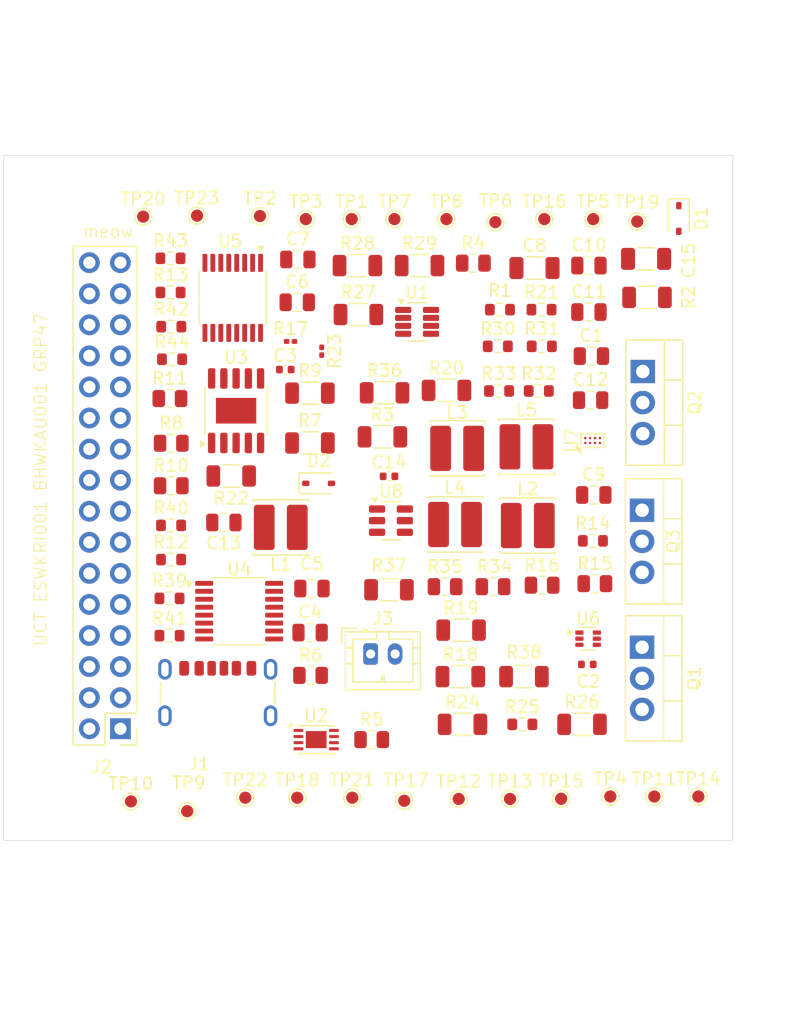
<source format=kicad_pcb>
(kicad_pcb (version 20241229) (generator "pcbnew") (generator_version "9.0")
  (layers (0 "F.Cu" signal) (2 "B.Cu" signal) (13 "F.Paste" user) (15 "B.Paste" user) (5 "F.SilkS" user "F.Silkscreen") (7 "B.SilkS" user "B.Silkscreen") (1 "F.Mask" user) (3 "B.Mask" user) (25 "Edge.Cuts" user))
  (net 0 "")
  (net 1 "+BATT")
  (net 2 "-BATT")
  (net 3 "/3V3")
  (net 4 "Net-(U4-VCP)")
  (net 5 "Net-(U5-VCP)")
  (net 6 "Net-(C15-Pad1)")
  (net 7 "/5V")
  (net 8 "Net-(C10-Pad1)")
  (net 9 "/USB 5V")
  (net 10 "/9V")
  (net 11 "Net-(U8-BST)")
  (net 12 "Net-(U8-SW)")
  (net 13 "Net-(J1-CC1)")
  (net 14 "Net-(J1-CC2)")
  (net 15 "/I2C1_SCL")
  (net 16 "/MOTOR1_CTRL2")
  (net 17 "/MOTOR2_CTRL2")
  (net 18 "/FAST_CHARGE_CTRL")
  (net 19 "/MOTOR3_A_OUT")
  (net 20 "/CTRL_EXT_LOAD2")
  (net 21 "/MOTOR1_A_OUT")
  (net 22 "/MOTOR3_CTRL1")
  (net 23 "/MOTOR4_A_OUT")
  (net 24 "/MOTOR4_B_OUT")
  (net 25 "/CTRL_EXT_LOAD1")
  (net 26 "/MOTOR1_B_OUT")
  (net 27 "/MOTOR2_CTRL1")
  (net 28 "/MOTOR4_CTRL2")
  (net 29 "/MOTOR3_B_OUT")
  (net 30 "/EXT_LOAD1_OUT")
  (net 31 "/MOTOR1_CTRL1")
  (net 32 "/USART2_RX")
  (net 33 "/USART2_TX")
  (net 35 "/EXT_LOAD2_OUT")
  (net 36 "/MOTOR2_B_OUT")
  (net 37 "/MOTOR3_CTRL2")
  (net 38 "/I2C1_SDA")
  (net 39 "/MOTOR4_CTRL1")
  (net 40 "/MOTOR2_A_OUT")
  (net 41 "Net-(U6-SW)")
  (net 42 "Net-(U7-SW)")
  (net 43 "Net-(L3-Pad2)")
  (net 44 "Net-(Q1-B)")
  (net 45 "Net-(Q2-B)")
  (net 46 "Net-(Q3-B)")
  (net 47 "Net-(U1-IN-)")
  (net 48 "Net-(R2-Pad1)")
  (net 49 "Net-(U1-A0)")
  (net 50 "Net-(U2-PROG)")
  (net 51 "Net-(U2-STAT)")
  (net 52 "Net-(U3-DM)")
  (net 53 "Net-(U3-VBUS)")
  (net 54 "Net-(U3-DP)")
  (net 55 "Net-(U3-PG)")
  (net 56 "Net-(U4-AISEN)")
  (net 57 "Net-(U5-AISEN)")
  (net 58 "Net-(U6-FB)")
  (net 59 "Net-(R15-Pad2)")
  (net 60 "Net-(R17-Pad1)")
  (net 61 "Net-(D1-PadC)")
  (net 62 "Net-(R18-Pad1)")
  (net 63 "Net-(R19-Pad2)")
  (net 64 "Net-(R22-Pad2)")
  (net 65 "Net-(D2-PadC)")
  (net 66 "Net-(R24-Pad2)")
  (net 67 "Net-(R25-Pad2)")
  (net 68 "Net-(R28-Pad1)")
  (net 69 "Net-(R34-Pad2)")
  (net 70 "Net-(U8-FB)")
  (net 71 "Net-(U8-EN)")
  (footprint "Capacitor_SMD:C_0805_2012Metric" (layer "F.Cu") (at 167 74)
    (property "Reference" "C6" (at 0 -1.68 0) (layer "F.SilkS"))
    (property "Value" "10n")
    (pad "1" smd roundrect (at -0.95 0) (size 1 1.45) (layers "F.Cu" "F.Mask" "F.Paste") (net 3 "/3V3"))
    (pad "2" smd roundrect (at 0.95 0) (size 1 1.45) (layers "F.Cu" "F.Mask" "F.Paste") (net 5 "Net-(U5-VCP)"))
  )
  (footprint "Resistor_SMD:R_0805_2012Metric" (layer "F.Cu") (at 191.3375 97)
    (property "Reference" "R15" (at 0 -1.65 0) (layer "F.SilkS"))
    (property "Value" "220k")
    (pad "1" smd roundrect (at -0.9125 0) (size 1.025 1.4) (layers "F.Cu" "F.Mask" "F.Paste") (roundrect_rratio 0.243902) (net 58 "Net-(U6-FB)"))
    (pad "2" smd roundrect (at 0.9125 0) (size 1.025 1.4) (layers "F.Cu" "F.Mask" "F.Paste") (roundrect_rratio 0.243902) (net 59 "Net-(R15-Pad2)"))
  )
  (footprint "Package_SO:TSSOP-16_4.4x5mm_P0.65mm" (layer "F.Cu") (at 161.725 73.6375 -90)
    (property "Reference" "U5" (at -4.6375 0.225 180) (layer "F.SilkS"))
    (property "Value" "DRV8833PWPR")
    (pad "1" smd roundrect (at -2.8625 -2.275 270) (size 1.475 0.4) (layers "F.Cu" "F.Mask" "F.Paste") (net 3 "/3V3"))
    (pad "2" smd roundrect (at -2.8625 -1.625 270) (size 1.475 0.4) (layers "F.Cu" "F.Mask" "F.Paste") (net 21 "/MOTOR1_A_OUT"))
    (pad "3" smd roundrect (at -2.8625 -0.975 270) (size 1.475 0.4) (layers "F.Cu" "F.Mask" "F.Paste") (net 57 "Net-(U5-AISEN)"))
    (pad "4" smd roundrect (at -2.8625 -0.325 270) (size 1.475 0.4) (layers "F.Cu" "F.Mask" "F.Paste") (net 26 "/MOTOR1_B_OUT"))
    (pad "5" smd roundrect (at -2.8625 0.325 270) (size 1.475 0.4) (layers "F.Cu" "F.Mask" "F.Paste") (net 29 "/MOTOR3_B_OUT"))
    (pad "6" smd roundrect (at -2.8625 0.975 270) (size 1.475 0.4) (layers "F.Cu" "F.Mask" "F.Paste") (net 57 "Net-(U5-AISEN)"))
    (pad "7" smd roundrect (at -2.8625 1.625 270) (size 1.475 0.4) (layers "F.Cu" "F.Mask" "F.Paste") (net 19 "/MOTOR3_A_OUT"))
    (pad "8" smd roundrect (at -2.8625 2.275 270) (size 1.475 0.4) (layers "F.Cu" "F.Mask" "F.Paste"))
    (pad "9" smd roundrect (at 2.8625 2.275 270) (size 1.475 0.4) (layers "F.Cu" "F.Mask" "F.Paste") (net 22 "/MOTOR3_CTRL1"))
    (pad "10" smd roundrect (at 2.8625 1.625 270) (size 1.475 0.4) (layers "F.Cu" "F.Mask" "F.Paste") (net 37 "/MOTOR3_CTRL2"))
    (pad "11" smd roundrect (at 2.8625 0.975 270) (size 1.475 0.4) (layers "F.Cu" "F.Mask" "F.Paste") (net 5 "Net-(U5-VCP)"))
    (pad "12" smd roundrect (at 2.8625 0.325 270) (size 1.475 0.4) (layers "F.Cu" "F.Mask" "F.Paste") (net 3 "/3V3"))
    (pad "13" smd roundrect (at 2.8625 -0.325 270) (size 1.475 0.4) (layers "F.Cu" "F.Mask" "F.Paste") (net 2 "-BATT"))
    (pad "14" smd roundrect (at 2.8625 -0.975 270) (size 1.475 0.4) (layers "F.Cu" "F.Mask" "F.Paste") (net 3 "/3V3"))
    (pad "15" smd roundrect (at 2.8625 -1.625 270) (size 1.475 0.4) (layers "F.Cu" "F.Mask" "F.Paste") (net 16 "/MOTOR1_CTRL2"))
    (pad "16" smd roundrect (at 2.8625 -2.275 270) (size 1.475 0.4) (layers "F.Cu" "F.Mask" "F.Paste") (net 31 "/MOTOR1_CTRL1"))
  )
  (footprint "TestPoint:TestPoint_Pad_D1.0mm" (layer "F.Cu") (at 153.4 114.8)
    (property "Reference" "TP10" (at 0 -1.448 0) (layer "F.SilkS"))
    (property "Value" "TestPoint")
    (pad "1" smd circle (at 0 0) (size 1 1) (layers "F.Cu" "F.Mask") (net 1 "+BATT"))
  )
  (footprint "Resistor_SMD:R_0603_1608Metric" (layer "F.Cu") (at 156.681 92.237)
    (property "Reference" "R40" (at 0 -1.43 0) (layer "F.SilkS"))
    (property "Value" "1")
    (pad "1" smd roundrect (at -0.825 0) (size 0.8 0.95) (layers "F.Cu" "F.Mask" "F.Paste") (net 2 "-BATT"))
    (pad "2" smd roundrect (at 0.825 0) (size 0.8 0.95) (layers "F.Cu" "F.Mask" "F.Paste") (net 56 "Net-(U4-AISEN)"))
  )
  (footprint "TestPoint:TestPoint_Pad_D1.0mm" (layer "F.Cu") (at 163.95 66.95)
    (property "Reference" "TP2" (at 0 -1.448 0) (layer "F.SilkS"))
    (property "Value" "TestPoint")
    (pad "1" smd circle (at 0 0) (size 1 1) (layers "F.Cu" "F.Mask") (net 1 "+BATT"))
  )
  (footprint "Resistor_SMD:R_1206_3216Metric" (layer "F.Cu") (at 173.9625 85)
    (property "Reference" "R3" (at 0 -1.82 0) (layer "F.SilkS"))
    (property "Value" "300")
    (pad "1" smd roundrect (at -1.4625 0) (size 1.125 1.75) (layers "F.Cu" "F.Mask" "F.Paste") (roundrect_rratio 0.222222) (net 18 "/FAST_CHARGE_CTRL"))
    (pad "2" smd roundrect (at 1.4625 0) (size 1.125 1.75) (layers "F.Cu" "F.Mask" "F.Paste") (roundrect_rratio 0.222222) (net 45 "Net-(Q2-B)"))
  )
  (footprint "TestPoint:TestPoint_Pad_D1.0mm" (layer "F.Cu") (at 192.6 114.4)
    (property "Reference" "TP4" (at 0 -1.448 0) (layer "F.SilkS"))
    (property "Value" "TestPoint")
    (pad "1" smd circle (at 0 0) (size 1 1) (layers "F.Cu" "F.Mask") (net 1 "+BATT"))
  )
  (footprint "Resistor_SMD:R_0805_2012Metric" (layer "F.Cu") (at 187.0195 97.127)
    (property "Reference" "R16" (at 0 -1.65 0) (layer "F.SilkS"))
    (property "Value" "51k")
    (pad "1" smd roundrect (at -0.9125 0) (size 1.025 1.4) (layers "F.Cu" "F.Mask" "F.Paste") (roundrect_rratio 0.243902) (net 59 "Net-(R15-Pad2)"))
    (pad "2" smd roundrect (at 0.9125 0) (size 1.025 1.4) (layers "F.Cu" "F.Mask" "F.Paste") (roundrect_rratio 0.243902) (net 2 "-BATT"))
  )
  (footprint "Capacitor_SMD:C_0805_2012Metric" (layer "F.Cu") (at 167.05 70.5)
    (property "Reference" "C7" (at 0 -1.68 0) (layer "F.SilkS"))
    (property "Value" "10n")
    (pad "1" smd roundrect (at -0.95 0) (size 1 1.45) (layers "F.Cu" "F.Mask" "F.Paste") (net 3 "/3V3"))
    (pad "2" smd roundrect (at 0.95 0) (size 1 1.45) (layers "F.Cu" "F.Mask" "F.Paste") (net 2 "-BATT"))
  )
  (footprint "Resistor_SMD:R_1206_3216Metric" (layer "F.Cu") (at 172 75)
    (property "Reference" "R27" (at 0 -1.82 0) (layer "F.SilkS"))
    (property "Value" "10")
    (pad "1" smd roundrect (at -1.4625 0) (size 1.125 1.75) (layers "F.Cu" "F.Mask" "F.Paste") (roundrect_rratio 0.222222) (net 48 "Net-(R2-Pad1)"))
    (pad "2" smd roundrect (at 1.4625 0) (size 1.125 1.75) (layers "F.Cu" "F.Mask" "F.Paste") (roundrect_rratio 0.222222) (net 1 "+BATT"))
  )
  (footprint "Capacitor_SMD:C_0805_2012Metric" (layer "F.Cu") (at 191.05 78.4)
    (property "Reference" "C1" (at 0 -1.68 0) (layer "F.SilkS"))
    (property "Value" "10u")
    (pad "1" smd roundrect (at -0.95 0) (size 1 1.45) (layers "F.Cu" "F.Mask" "F.Paste") (net 1 "+BATT"))
    (pad "2" smd roundrect (at 0.95 0) (size 1 1.45) (layers "F.Cu" "F.Mask" "F.Paste") (net 2 "-BATT"))
  )
  (footprint "Package_TO_SOT_THT:TO-220-3_Vertical" (layer "F.Cu") (at 195.2 91 -90)
    (property "Reference" "Q3" (at 2.54 -2.54 90) (layer "F.SilkS"))
    (property "Value" "TIP41C")
    (pad "1" thru_hole rect (at 0 0 270) (size 1.905 2) (drill 1.1) (layers "*.Cu" "*.Mask") (net 46 "Net-(Q3-B)"))
    (pad "2" thru_hole oval (at 2.54 0 270) (size 1.905 2) (drill 1.1) (layers "*.Cu" "*.Mask") (net 1 "+BATT"))
    (pad "3" thru_hole oval (at 5.08 0 270) (size 1.905 2) (drill 1.1) (layers "*.Cu" "*.Mask") (net 35 "/EXT_LOAD2_OUT"))
  )
  (footprint "Resistor_SMD:R_0603_1608Metric" (layer "F.Cu") (at 156.681 95.031)
    (property "Reference" "R12" (at 0 -1.43 0) (layer "F.SilkS"))
    (property "Value" "1")
    (pad "1" smd roundrect (at -0.825 0) (size 0.8 0.95) (layers "F.Cu" "F.Mask" "F.Paste") (net 2 "-BATT"))
    (pad "2" smd roundrect (at 0.825 0) (size 0.8 0.95) (layers "F.Cu" "F.Mask" "F.Paste") (net 56 "Net-(U4-AISEN)"))
  )
  (footprint "Resistor_SMD:R_0603_1608Metric" (layer "F.Cu") (at 156.554 98.206)
    (property "Reference" "R39" (at 0 -1.43 0) (layer "F.SilkS"))
    (property "Value" "1")
    (pad "1" smd roundrect (at -0.825 0) (size 0.8 0.95) (layers "F.Cu" "F.Mask" "F.Paste") (net 2 "-BATT"))
    (pad "2" smd roundrect (at 0.825 0) (size 0.8 0.95) (layers "F.Cu" "F.Mask" "F.Paste") (net 56 "Net-(U4-AISEN)"))
  )
  (footprint "Resistor_SMD:R_0603_1608Metric" (layer "F.Cu") (at 186.975 74.6)
    (property "Reference" "R21" (at 0 -1.43 0) (layer "F.SilkS"))
    (property "Value" "4.7")
    (pad "1" smd roundrect (at -0.825 0) (size 0.8 0.95) (layers "F.Cu" "F.Mask" "F.Paste") (net 63 "Net-(R19-Pad2)"))
    (pad "2" smd roundrect (at 0.825 0) (size 0.8 0.95) (layers "F.Cu" "F.Mask" "F.Paste") (net 62 "Net-(R18-Pad1)"))
  )
  (footprint "Capacitor_SMD:C_0805_2012Metric" (layer "F.Cu") (at 190.85 71)
    (property "Reference" "C10" (at 0 -1.68 0) (layer "F.SilkS"))
    (property "Value" "10u")
    (pad "1" smd roundrect (at -0.95 0) (size 1 1.45) (layers "F.Cu" "F.Mask" "F.Paste") (net 8 "Net-(C10-Pad1)"))
    (pad "2" smd roundrect (at 0.95 0) (size 1 1.45) (layers "F.Cu" "F.Mask" "F.Paste") (net 9 "/USB 5V"))
  )
  (footprint "Resistor_SMD:R_1206_3216Metric" (layer "F.Cu") (at 174.1375 81.4)
    (property "Reference" "R36" (at 0 -1.82 0) (layer "F.SilkS"))
    (property "Value" "10k")
    (pad "1" smd roundrect (at -1.4625 0) (size 1.125 1.75) (layers "F.Cu" "F.Mask" "F.Paste") (roundrect_rratio 0.222222) (net 2 "-BATT"))
    (pad "2" smd roundrect (at 1.4625 0) (size 1.125 1.75) (layers "F.Cu" "F.Mask" "F.Paste") (roundrect_rratio 0.222222) (net 70 "Net-(U8-FB)"))
  )
  (footprint "TestPoint:TestPoint_Pad_D1.0mm" (layer "F.Cu") (at 175.75 114.75)
    (property "Reference" "TP17" (at 0.15 -1.696 0) (layer "F.SilkS"))
    (property "Value" "TestPoint")
    (pad "1" smd circle (at 0 0) (size 1 1) (layers "F.Cu" "F.Mask") (net 10 "/9V"))
  )
  (footprint "TestPoint:TestPoint_Pad_D1.0mm" (layer "F.Cu") (at 194.8 67.4 -90)
    (property "Reference" "TP19" (at -1.6 0 180) (layer "F.SilkS"))
    (property "Value" "TestPoint")
    (pad "1" smd circle (at 0 0 270) (size 1 1) (layers "F.Cu" "F.Mask") (net 47 "Net-(U1-IN-)"))
  )
  (footprint "Inductor_SMD:L_Cenker_CKCS4020" (layer "F.Cu") (at 185.743 85.814)
    (property "Reference" "L5" (at 0 -3 0) (layer "F.SilkS"))
    (property "Value" "2.2u")
    (pad "1" smd roundrect (at -1.35 0) (size 1.7 3.7) (layers "F.Cu" "F.Mask" "F.Paste") (roundrect_rratio 0.147059) (net 43 "Net-(L3-Pad2)"))
    (pad "2" smd roundrect (at 1.35 0) (size 1.7 3.7) (layers "F.Cu" "F.Mask" "F.Paste") (roundrect_rratio 0.147059) (net 9 "/USB 5V"))
  )
  (footprint "Capacitor_SMD:C_0805_2012Metric" (layer "F.Cu") (at 161 92 180)
    (property "Reference" "C13" (at 0 -1.68 0) (layer "F.SilkS"))
    (property "Value" "10u")
    (pad "1" smd roundrect (at -0.95 0 180) (size 1 1.45) (layers "F.Cu" "F.Mask" "F.Paste") (net 10 "/9V"))
    (pad "2" smd roundrect (at 0.95 0 180) (size 1 1.45) (layers "F.Cu" "F.Mask" "F.Paste") (net 2 "-BATT"))
  )
  (footprint "Resistor_SMD:R_0603_1608Metric" (layer "F.Cu") (at 183.575 74.6)
    (property "Reference" "R1" (at 0 -1.5605 0) (layer "F.SilkS"))
    (property "Value" "1")
    (pad "1" smd roundrect (at -0.825 0) (size 0.8 0.95) (layers "F.Cu" "F.Mask" "F.Paste") (net 1 "+BATT"))
    (pad "2" smd roundrect (at 0.825 0) (size 0.8 0.95) (layers "F.Cu" "F.Mask" "F.Paste") (net 47 "Net-(U1-IN-)"))
  )
  (footprint "Resistor_SMD:R_1206_3216Metric" (layer "F.Cu") (at 174.5 97.5 180)
    (property "Reference" "R37" (at 0 2 0) (layer "F.SilkS"))
    (property "Value" "10k")
    (pad "1" smd roundrect (at -1.4625 0 180) (size 1.125 1.75) (layers "F.Cu" "F.Mask" "F.Paste") (roundrect_rratio 0.222222) (net 71 "Net-(U8-EN)"))
    (pad "2" smd roundrect (at 1.4625 0 180) (size 1.125 1.75) (layers "F.Cu" "F.Mask" "F.Paste") (roundrect_rratio 0.222222) (net 10 "/9V"))
  )
  (footprint "Package_TO_SOT_SMD:TSOT-23-6" (layer "F.Cu") (at 174.6625 91.85)
    (property "Reference" "U8" (at 0 -2.4 0) (layer "F.SilkS"))
    (property "Value" "AP62300WU")
    (pad "1" smd roundrect (at -1.1375 -0.95) (size 1.325 0.6) (layers "F.Cu" "F.Mask" "F.Paste") (net 2 "-BATT"))
    (pad "2" smd roundrect (at -1.1375 0) (size 1.325 0.6) (layers "F.Cu" "F.Mask" "F.Paste") (net 12 "Net-(U8-SW)"))
    (pad "3" smd roundrect (at -1.1375 0.95) (size 1.325 0.6) (layers "F.Cu" "F.Mask" "F.Paste") (net 10 "/9V"))
    (pad "4" smd roundrect (at 1.1375 0.95) (size 1.325 0.6) (layers "F.Cu" "F.Mask" "F.Paste") (net 70 "Net-(U8-FB)"))
    (pad "5" smd roundrect (at 1.1375 0) (size 1.325 0.6) (layers "F.Cu" "F.Mask" "F.Paste") (net 71 "Net-(U8-EN)"))
    (pad "6" smd roundrect (at 1.1375 -0.95) (size 1.325 0.6) (layers "F.Cu" "F.Mask" "F.Paste") (net 11 "Net-(U8-BST)"))
  )
  (footprint "Resistor_SMD:R_1206_3216Metric" (layer "F.Cu") (at 168.0375 81.424)
    (property "Reference" "R9" (at 0 -1.82 0) (layer "F.SilkS"))
    (property "Value" "10k")
    (pad "1" smd roundrect (at -1.4625 0) (size 1.125 1.75) (layers "F.Cu" "F.Mask" "F.Paste") (roundrect_rratio 0.222222) (net 10 "/9V"))
    (pad "2" smd roundrect (at 1.4625 0) (size 1.125 1.75) (layers "F.Cu" "F.Mask" "F.Paste") (roundrect_rratio 0.222222) (net 53 "Net-(U3-VBUS)"))
  )
  (footprint "Connector_JST:JST_PH_B2B-PH-K_1x02_P2.00mm_Vertical" (layer "F.Cu") (at 173 102.75)
    (property "Reference" "J3" (at 1 -2.9 0) (layer "F.SilkS"))
    (property "Value" "Conn_01x02_Pin")
    (pad "1" thru_hole roundrect (at 0 0) (size 1.2 1.75) (drill 0.75) (layers "*.Cu" "*.Mask") (roundrect_rratio 0.208333) (net 1 "+BATT"))
    (pad "2" thru_hole oval (at 2 0) (size 1.2 1.75) (drill 0.75) (layers "*.Cu" "*.Mask") (net 2 "-BATT"))
  )
  (footprint "Resistor_SMD:R_0603_1608Metric" (layer "F.Cu") (at 183.5 81.25)
    (property "Reference" "R33" (at 0 -1.43 0) (layer "F.SilkS"))
    (property "Value" "1")
    (pad "1" smd roundrect (at -0.825 0) (size 0.8 0.95) (layers "F.Cu" "F.Mask" "F.Paste") (net 47 "Net-(U1-IN-)"))
    (pad "2" smd roundrect (at 0.825 0) (size 0.8 0.95) (layers "F.Cu" "F.Mask" "F.Paste") (net 2 "-BATT"))
  )
  (footprint "Package_BGA:Texas_DSBGA-8_0.705x1.468mm_Layout2x4_P0.4mm" (layer "F.Cu") (at 191.15 85.3 90)
    (property "Reference" "U7" (at 0 -1.734 90) (layer "F.SilkS"))
    (property "Value" "TPS62743YFPT")
    (pad "A1" smd circle (at -0.2 -0.6 90) (size 0.2 0.2) (property pad_prop_bga) (layers "F.Cu" "F.Mask" "F.Paste") (net 42 "Net-(U7-SW)"))
    (pad "A2" smd circle (at 0.2 -0.6 90) (size 0.2 0.2) (property pad_prop_bga) (layers "F.Cu" "F.Mask" "F.Paste") (net 1 "+BATT"))
    (pad "B1" smd circle (at -0.2 -0.2 90) (size 0.2 0.2) (property pad_prop_bga) (layers "F.Cu" "F.Mask" "F.Paste") (net 1 "+BATT"))
    (pad "B2" smd circle (at 0.2 -0.2 90) (size 0.2 0.2) (property pad_prop_bga) (layers "F.Cu" "F.Mask" "F.Paste") (net 2 "-BATT"))
    (pad "C1" smd circle (at -0.2 0.2 90) (size 0.2 0.2) (property pad_prop_bga) (layers "F.Cu" "F.Mask" "F.Paste") (net 1 "+BATT"))
    (pad "C2" smd circle (at 0.2 0.2 90) (size 0.2 0.2) (property pad_prop_bga) (layers "F.Cu" "F.Mask" "F.Paste") (net 42 "Net-(U7-SW)"))
    (pad "D1" smd circle (at -0.2 0.6 90) (size 0.2 0.2) (property pad_prop_bga) (layers "F.Cu" "F.Mask" "F.Paste") (net 1 "+BATT"))
    (pad "D2" smd circle (at 0.2 0.6 90) (size 0.2 0.2) (property pad_prop_bga) (layers "F.Cu" "F.Mask" "F.Paste") (net 1 "+BATT"))
  )
  (footprint "Resistor_SMD:R_1206_3216Metric" (layer "F.Cu") (at 179.2 81.2)
    (property "Reference" "R20" (at 0 -1.82 0) (layer "F.SilkS"))
    (property "Value" "10")
    (pad "1" smd roundrect (at -1.4625 0) (size 1.125 1.75) (layers "F.Cu" "F.Mask" "F.Paste") (roundrect_rratio 0.222222) (net 25 "/CTRL_EXT_LOAD1"))
    (pad "2" smd roundrect (at 1.4625 0) (size 1.125 1.75) (layers "F.Cu" "F.Mask" "F.Paste") (roundrect_rratio 0.222222) (net 60 "Net-(R17-Pad1)"))
  )
  (footprint "TestPoint:TestPoint_Pad_D1.0mm" (layer "F.Cu") (at 174.95 67.2)
    (property "Reference" "TP7" (at 0 -1.448 0) (layer "F.SilkS"))
    (property "Value" "TestPoint")
    (pad "1" smd circle (at 0 0) (size 1 1) (layers "F.Cu" "F.Mask") (net 42 "Net-(U7-SW)"))
  )
  (footprint "Resistor_SMD:R_0805_2012Metric" (layer "F.Cu") (at 181.4 70.8)
    (property "Reference" "R4" (at 0 -1.65 0) (layer "F.SilkS"))
    (property "Value" "3.3k")
    (pad "1" smd roundrect (at -0.9125 0) (size 1.025 1.4) (layers "F.Cu" "F.Mask" "F.Paste") (roundrect_rratio 0.243902) (net 1 "+BATT"))
    (pad "2" smd roundrect (at 0.9125 0) (size 1.025 1.4) (layers "F.Cu" "F.Mask" "F.Paste") (roundrect_rratio 0.243902) (net 49 "Net-(U1-A0)"))
  )
  (footprint "Resistor_SMD:R_0805_2012Metric" (layer "F.Cu") (at 183.0055 97.25)
    (property "Reference" "R34" (at 0.127 -1.65 0) (layer "F.SilkS"))
    (property "Value" "51k")
    (pad "1" smd roundrect (at -0.9125 0) (size 1.025 1.4) (layers "F.Cu" "F.Mask" "F.Paste") (roundrect_rratio 0.243902) (net 9 "/USB 5V"))
    (pad "2" smd roundrect (at 0.9125 0) (size 1.025 1.4) (layers "F.Cu" "F.Mask" "F.Paste") (roundrect_rratio 0.243902) (net 69 "Net-(R34-Pad2)"))
  )
  (footprint "Resistor_SMD:R_1206_3216Metric" (layer "F.Cu") (at 177 71)
    (property "Reference" "R29" (at 0 -1.82 0) (layer "F.SilkS"))
    (property "Value" "10")
    (pad "1" smd roundrect (at -1.4625 0) (size 1.125 1.75) (layers "F.Cu" "F.Mask" "F.Paste") (roundrect_rratio 0.222222) (net 7 "/5V"))
    (pad "2" smd roundrect (at 1.4625 0) (size 1.125 1.75) (layers "F.Cu" "F.Mask" "F.Paste") (roundrect_rratio 0.222222) (net 68 "Net-(R28-Pad1)"))
  )
  (footprint "TestPoint:TestPoint_Pad_D1.0mm" (layer "F.Cu") (at 162.75 114.5)
    (property "Reference" "TP22" (at 0 -1.448 0) (layer "F.SilkS"))
    (property "Value" "TestPoint")
    (pad "1" smd circle (at 0 0) (size 1 1) (layers "F.Cu" "F.Mask") (net 3 "/3V3"))
  )
  (footprint "TestPoint:TestPoint_Pad_D1.0mm" (layer "F.Cu") (at 180.2 114.6)
    (property "Reference" "TP12" (at 0 -1.448 0) (layer "F.SilkS"))
    (property "Value" "TestPoint")
    (pad "1" smd circle (at 0 0) (size 1 1) (layers "F.Cu" "F.Mask") (net 35 "/EXT_LOAD2_OUT"))
  )
  (footprint "Capacitor_SMD:C_0805_2012Metric" (layer "F.Cu") (at 168.05 101)
    (property "Reference" "C4" (at 0 -1.68 0) (layer "F.SilkS"))
    (property "Value" "10n")
    (pad "1" smd roundrect (at -0.95 0) (size 1 1.45) (layers "F.Cu" "F.Mask" "F.Paste") (net 3 "/3V3"))
    (pad "2" smd roundrect (at 0.95 0) (size 1 1.45) (layers "F.Cu" "F.Mask" "F.Paste") (net 4 "Net-(U4-VCP)"))
  )
  (footprint "TestPoint:TestPoint_Pad_D1.0mm" (layer "F.Cu") (at 171.45 67.2)
    (property "Reference" "TP1" (at 0 -1.448 0) (layer "F.SilkS"))
    (property "Value" "TestPoint")
    (pad "1" smd circle (at 0 0) (size 1 1) (layers "F.Cu" "F.Mask") (net 45 "Net-(Q2-B)"))
  )
  (footprint "TestPoint:TestPoint_Pad_D1.0mm" (layer "F.Cu") (at 158 115.6 90)
    (property "Reference" "TP9" (at 2.321 0.137 0) (layer "F.SilkS"))
    (property "Value" "TestPoint")
    (pad "1" smd circle (at 0 0 90) (size 1 1) (layers "F.Cu" "F.Mask") (net 71 "Net-(U8-EN)"))
  )
  (footprint "TestPoint:TestPoint_Pad_D1.0mm" (layer "F.Cu") (at 184.4 114.6)
    (property "Reference" "TP13" (at 0 -1.448 0) (layer "F.SilkS"))
    (property "Value" "TestPoint")
    (pad "1" smd circle (at 0 0) (size 1 1) (layers "F.Cu" "F.Mask") (net 30 "/EXT_LOAD1_OUT"))
  )
  (footprint "TestPoint:TestPoint_Pad_D1.0mm" (layer "F.Cu") (at 196.2 114.4)
    (property "Reference" "TP11" (at 0 -1.448 0) (layer "F.SilkS"))
    (property "Value" "TestPoint")
    (pad "1" smd circle (at 0 0) (size 1 1) (layers "F.Cu" "F.Mask") (net 65 "Net-(D2-PadC)"))
  )
  (footprint "Diode_SMD:D_SOD-323" (layer "F.Cu") (at 198.2 67.15 -90)
    (property "Reference" "D1" (at 0 -1.85 90) (layer "F.SilkS"))
    (property "Value" "BZT52C3V0S")
    (pad "1" smd roundrect (at -1.05 0 270) (size 0.6 0.45) (layers "F.Cu" "F.Mask" "F.Paste"))
    (pad "2" smd roundrect (at 1.05 0 270) (size 0.6 0.45) (layers "F.Cu" "F.Mask" "F.Paste"))
  )
  (footprint "Package_TO_SOT_THT:TO-220-3_Vertical" (layer "F.Cu") (at 195.2 102.2 -90)
    (property "Reference" "Q1" (at 2.54 -4.27 90) (layer "F.SilkS"))
    (property "Value" "TIP41C")
    (pad "1" thru_hole rect (at 0 0 270) (size 1.905 2) (drill 1.1) (layers "*.Cu" "*.Mask") (net 44 "Net-(Q1-B)"))
    (pad "2" thru_hole oval (at 2.54 0 270) (size 1.905 2) (drill 1.1) (layers "*.Cu" "*.Mask") (net 1 "+BATT"))
    (pad "3" thru_hole oval (at 5.08 0 270) (size 1.905 2) (drill 1.1) (layers "*.Cu" "*.Mask") (net 30 "/EXT_LOAD1_OUT"))
  )
  (footprint "Resistor_SMD:R_1206_3216Metric" (layer "F.Cu") (at 180.4 100.8)
    (property "Reference" "R19" (at 0 -1.82 0) (layer "F.SilkS"))
    (property "Value" "10")
    (pad "1" smd roundrect (at -1.4625 0) (size 1.125 1.75) (layers "F.Cu" "F.Mask" "F.Paste") (roundrect_rratio 0.222222) (net 61 "Net-(D1-PadC)"))
    (pad "2" smd roundrect (at 1.4625 0) (size 1.125 1.75) (layers "F.Cu" "F.Mask" "F.Paste") (roundrect_rratio 0.222222) (net 63 "Net-(R19-Pad2)"))
  )
  (footprint "Inductor_SMD:L_Cenker_CKCS4020" (layer "F.Cu") (at 179.901 92.164)
    (property "Reference" "L4" (at 0 -3 0) (layer "F.SilkS"))
    (property "Value" "2.2u")
    (pad "1" smd roundrect (at -1.35 0) (size 1.7 3.7) (layers "F.Cu" "F.Mask" "F.Paste") (roundrect_rratio 0.147059) (net 12 "Net-(U8-SW)"))
    (pad "2" smd roundrect (at 1.35 0) (size 1.7 3.7) (layers "F.Cu" "F.Mask" "F.Paste") (roundrect_rratio 0.147059) (net 43 "Net-(L3-Pad2)"))
  )
  (footprint "Resistor_SMD:R_0805_2012Metric" (layer "F.Cu") (at 168.0875 104.5)
    (property "Reference" "R6" (at 0 -1.65 0) (layer "F.SilkS"))
    (property "Value" "470")
    (pad "1" smd roundrect (at -0.9125 0) (size 1.025 1.4) (layers "F.Cu" "F.Mask" "F.Paste") (roundrect_rratio 0.243902) (net 7 "/5V"))
    (pad "2" smd roundrect (at 0.9125 0) (size 1.025 1.4) (layers "F.Cu" "F.Mask" "F.Paste") (roundrect_rratio 0.243902) (net 51 "Net-(U2-STAT)"))
  )
  (footprint "Resistor_SMD:R_1206_3216Metric" (layer "F.Cu") (at 195.6 73.6 180)
    (property "Reference" "R2" (at -3.4 0 90) (layer "F.SilkS"))
    (property "Value" "10")
    (pad "1" smd roundrect (at -1.4625 0 180) (size 1.125 1.75) (layers "F.Cu" "F.Mask" "F.Paste") (roundrect_rratio 0.222222) (net 48 "Net-(R2-Pad1)"))
    (pad "2" smd roundrect (at 1.4625 0 180) (size 1.125 1.75) (layers "F.Cu" "F.Mask" "F.Paste") (roundrect_rratio 0.222222) (net 1 "+BATT"))
  )
  (footprint "Package_DFN_QFN:DFN-8-1EP_3x2mm_P0.5mm_EP1.7x1.4mm" (layer "F.Cu") (at 168.55 109.75)
    (property "Reference" "U2" (at 0 -1.95 0) (layer "F.SilkS"))
    (property "Value" "MCP73831-3-MC")
    (pad "1" smd roundrect (at -1.45 -0.75) (size 0.8 0.25) (layers "F.Cu" "F.Mask" "F.Paste") (net 9 "/USB 5V"))
    (pad "2" smd roundrect (at -1.45 -0.25) (size 0.8 0.25) (layers "F.Cu" "F.Mask" "F.Paste") (net 9 "/USB 5V"))
    (pad "3" smd roundrect (at -1.45 0.25) (size 0.8 0.25) (layers "F.Cu" "F.Mask" "F.Paste") (net 1 "+BATT"))
    (pad "4" smd roundrect (at -1.45 0.75) (size 0.8 0.25) (layers "F.Cu" "F.Mask" "F.Paste") (net 1 "+BATT"))
    (pad "5" smd roundrect (at 1.45 0.75) (size 0.8 0.25) (layers "F.Cu" "F.Mask" "F.Paste") (net 51 "Net-(U2-STAT)"))
    (pad "6" smd roundrect (at 1.45 0.25) (size 0.8 0.25) (layers "F.Cu" "F.Mask" "F.Paste") (net 2 "-BATT"))
    (pad "7" smd roundrect (at 1.45 -0.25) (size 0.8 0.25) (layers "F.Cu" "F.Mask" "F.Paste"))
    (pad "8" smd roundrect (at 1.45 -0.75) (size 0.8 0.25) (layers "F.Cu" "F.Mask" "F.Paste") (net 50 "Net-(U2-PROG)"))
    (pad "9" smd rect (at 0 0) (size 1.7 1.4) (property pad_prop_heatsink) (layers "F.Cu" "F.Mask"))
  )
  (footprint "Capacitor_SMD:C_1206_3216Metric" (layer "F.Cu") (at 186.4 71.2)
    (property "Reference" "C8" (at 0 -1.85 0) (layer "F.SilkS"))
    (property "Value" "22u")
    (pad "1" smd roundrect (at -1.475 0) (size 1.15 1.8) (layers "F.Cu" "F.Mask" "F.Paste") (roundrect_rratio 0.217391) (net 7 "/5V"))
    (pad "2" smd roundrect (at 1.475 0) (size 1.15 1.8) (layers "F.Cu" "F.Mask" "F.Paste") (roundrect_rratio 0.217391) (net 6 "Net-(C15-Pad1)"))
  )
  (footprint "Resistor_SMD:R_1206_3216Metric" (layer "F.Cu") (at 180.3375 104.6)
    (property "Reference" "R18" (at 0 -1.82 0) (layer "F.SilkS"))
    (property "Value" "100")
    (pad "1" smd roundrect (at -1.4625 0) (size 1.125 1.75) (layers "F.Cu" "F.Mask" "F.Paste") (roundrect_rratio 0.222222) (net 62 "Net-(R18-Pad1)"))
    (pad "2" smd roundrect (at 1.4625 0) (size 1.125 1.75) (layers "F.Cu" "F.Mask" "F.Paste") (roundrect_rratio 0.222222) (net 44 "Net-(Q1-B)"))
  )
  (footprint "Resistor_SMD:R_0805_2012Metric" (layer "F.Cu") (at 156.6945 85.522)
    (property "Reference" "R8" (at 0 -1.65 0) (layer "F.SilkS"))
    (property "Value" "22k")
    (pad "1" smd roundrect (at -0.9125 0) (size 1.025 1.4) (layers "F.Cu" "F.Mask" "F.Paste") (roundrect_rratio 0.243902) (net 2 "-BATT"))
    (pad "2" smd roundrect (at 0.9125 0) (size 1.025 1.4) (layers "F.Cu" "F.Mask" "F.Paste") (roundrect_rratio 0.243902) (net 52 "Net-(U3-DM)"))
  )
  (footprint "Resistor_SMD:R_0603_1608Metric" (layer "F.Cu") (at 191.175 93.5)
    (property "Reference" "R14" (at 0 -1.43 0) (layer "F.SilkS"))
    (property "Value" "2M")
    (pad "1" smd roundrect (at -0.825 0) (size 0.8 0.95) (layers "F.Cu" "F.Mask" "F.Paste") (net 7 "/5V"))
    (pad "2" smd roundrect (at 0.825 0) (size 0.8 0.95) (layers "F.Cu" "F.Mask" "F.Paste") (net 58 "Net-(U6-FB)"))
  )
  (footprint "TestPoint:TestPoint_Pad_D1.0mm" (layer "F.Cu") (at 183.2 67.45 90)
    (property "Reference" "TP6" (at 1.75 0.029 180) (layer "F.SilkS"))
    (property "Value" "TestPoint")
    (pad "1" smd circle (at 0 0 90) (size 1 1) (layers "F.Cu" "F.Mask") (net 42 "Net-(U7-SW)"))
  )
  (footprint "Resistor_SMD:R_1206_3216Metric" (layer "F.Cu") (at 185.5375 104.6 180)
    (property "Reference" "R38" (at 0 2 0) (layer "F.SilkS"))
    (property "Value" "10k")
    (pad "1" smd roundrect (at -1.4625 0 180) (size 1.125 1.75) (layers "F.Cu" "F.Mask" "F.Paste") (roundrect_rratio 0.222222) (net 2 "-BATT"))
    (pad "2" smd roundrect (at 1.4625 0 180) (size 1.125 1.75) (layers "F.Cu" "F.Mask" "F.Paste") (roundrect_rratio 0.222222) (net 71 "Net-(U8-EN)"))
  )
  (footprint "Package_TO_SOT_SMD:SOT-23-8" (layer "F.Cu") (at 176.8 75.6)
    (property "Reference" "U1" (at 0 -2.4 0) (layer "F.SilkS"))
    (property "Value" "INA219AxDCN")
    (pad "1" smd roundrect (at -1.1375 -0.975) (size 1.325 0.5) (layers "F.Cu" "F.Mask" "F.Paste") (net 1 "+BATT"))
    (pad "2" smd roundrect (at -1.1375 -0.325) (size 1.325 0.5) (layers "F.Cu" "F.Mask" "F.Paste") (net 47 "Net-(U1-IN-)"))
    (pad "3" smd roundrect (at -1.1375 0.325) (size 1.325 0.5) (layers "F.Cu" "F.Mask" "F.Paste") (net 2 "-BATT"))
    (pad "4" smd roundrect (at -1.1375 0.975) (size 1.325 0.5) (layers "F.Cu" "F.Mask" "F.Paste") (net 1 "+BATT"))
    (pad "5" smd roundrect (at 1.1375 0.975) (size 1.325 0.5) (layers "F.Cu" "F.Mask" "F.Paste") (net 15 "/I2C1_SCL"))
    (pad "6" smd roundrect (at 1.1375 0.325) (size 1.325 0.5) (layers "F.Cu" "F.Mask" "F.Paste") (net 38 "/I2C1_SDA"))
    (pad "7" smd roundrect (at 1.1375 -0.325) (size 1.325 0.5) (layers "F.Cu" "F.Mask" "F.Paste") (net 49 "Net-(U1-A0)"))
    (pad "8" smd roundrect (at 1.1375 -0.975) (size 1.325 0.5) (layers "F.Cu" "F.Mask" "F.Paste") (net 2 "-BATT"))
  )
  (footprint "Resistor_SMD:R_0201_0603Metric" (layer "F.Cu") (at 166.455 77.2)
    (property "Reference" "R17" (at 0 -1.05 0) (layer "F.SilkS"))
    (property "Value" "2")
    (pad "1" smd roundrect (at -0.32 0) (size 0.46 0.4) (layers "F.Cu" "F.Mask") (net 60 "Net-(R17-Pad1)"))
    (pad "2" smd roundrect (at 0.32 0) (size 0.46 0.4) (layers "F.Cu" "F.Mask") (net 61 "Net-(D1-PadC)"))
  )
  (footprint "Resistor_SMD:R_0603_1608Metric" (layer "F.Cu") (at 156.636 70.404)
    (property "Reference" "R43" (at 0 -1.43 0) (layer "F.SilkS"))
    (property "Value" "1")
    (pad "1" smd roundrect (at -0.825 0) (size 0.8 0.95) (layers "F.Cu" "F.Mask" "F.Paste") (net 2 "-BATT"))
    (pad "2" smd roundrect (at 0.825 0) (size 0.8 0.95) (layers "F.Cu" "F.Mask" "F.Paste") (net 57 "Net-(U5-AISEN)"))
  )
  (footprint "Resistor_SMD:R_0805_2012Metric" (layer "F.Cu") (at 156.5875 81.868)
    (property "Reference" "R11" (at 0 -1.65 0) (layer "F.SilkS"))
    (property "Value" "22k")
    (pad "1" smd roundrect (at -0.9125 0) (size 1.025 1.4) (layers "F.Cu" "F.Mask" "F.Paste") (roundrect_rratio 0.243902) (net 55 "Net-(U3-PG)"))
    (pad "2" smd roundrect (at 0.9125 0) (size 1.025 1.4) (layers "F.Cu" "F.Mask" "F.Paste") (roundrect_rratio 0.243902) (net 2 "-BATT"))
  )
  (footprint "Resistor_SMD:R_0603_1608Metric" (layer "F.Cu") (at 183.4 77.6)
    (property "Reference" "R30" (at 0 -1.43 0) (layer "F.SilkS"))
    (property "Value" "1")
    (pad "1" smd roundrect (at -0.825 0) (size 0.8 0.95) (layers "F.Cu" "F.Mask" "F.Paste") (net 1 "+BATT"))
    (pad "2" smd roundrect (at 0.825 0) (size 0.8 0.95) (layers "F.Cu" "F.Mask" "F.Paste") (net 47 "Net-(U1-IN-)"))
  )
  (footprint "Resistor_SMD:R_1206_3216Metric" (layer "F.Cu") (at 168.0375 85.5)
    (property "Reference" "R7" (at 0 -1.82 0) (layer "F.SilkS"))
    (property "Value" "1k")
    (pad "1" smd roundrect (at -1.4625 0) (size 1.125 1.75) (layers "F.Cu" "F.Mask" "F.Paste") (roundrect_rratio 0.222222) (net 10 "/9V"))
    (pad "2" smd roundrect (at 1.4625 0) (size 1.125 1.75) (layers "F.Cu" "F.Mask" "F.Paste") (roundrect_rratio 0.222222) (net 3 "/3V3"))
  )
  (footprint "Package_SO:SSOP-10-1EP_3.9x4.9mm_P1mm_EP2.1x3.3mm" (layer "F.Cu") (at 162 82.8625 90)
    (property "Reference" "U3" (at 4.3625 0 180) (layer "F.SilkS"))
    (property "Value" "CH224K")
    (pad "1" smd roundrect (at -2.6375 -2 90) (size 1.675 0.6) (layers "F.Cu" "F.Mask" "F.Paste") (net 3 "/3V3"))
    (pad "2" smd roundrect (at -2.6375 -1 90) (size 1.675 0.6) (layers "F.Cu" "F.Mask" "F.Paste") (net 2 "-BATT"))
    (pad "3" smd roundrect (at -2.6375 0 90) (size 1.675 0.6) (layers "F.Cu" "F.Mask" "F.Paste") (net 2 "-BATT"))
    (pad "4" smd roundrect (at -2.6375 1 90) (size 1.675 0.6) (layers "F.Cu" "F.Mask" "F.Paste") (net 54 "Net-(U3-DP)"))
    (pad "5" smd roundrect (at -2.6375 2 90) (size 1.675 0.6) (layers "F.Cu" "F.Mask" "F.Paste") (net 52 "Net-(U3-DM)"))
    (pad "6" smd roundrect (at 2.6375 2 90) (size 1.675 0.6) (layers "F.Cu" "F.Mask" "F.Paste") (net 14 "Net-(J1-CC2)"))
    (pad "7" smd roundrect (at 2.6375 1 90) (size 1.675 0.6) (layers "F.Cu" "F.Mask" "F.Paste") (net 13 "Net-(J1-CC1)"))
    (pad "8" smd roundrect (at 2.6375 0 90) (size 1.675 0.6) (layers "F.Cu" "F.Mask" "F.Paste") (net 53 "Net-(U3-VBUS)"))
    (pad "9" smd roundrect (at 2.6375 -1 90) (size 1.675 0.6) (layers "F.Cu" "F.Mask" "F.Paste") (net 2 "-BATT"))
    (pad "10" smd roundrect (at 2.6375 -2 90) (size 1.675 0.6) (layers "F.Cu" "F.Mask" "F.Paste") (net 55 "Net-(U3-PG)"))
    (pad "11" smd rect (at 0 0 90) (size 2.1 3.3) (property pad_prop_heatsink) (layers "F.Cu" "F.Mask") (net 2 "-BATT"))
  )
  (footprint "Capacitor_SMD:C_0805_2012Metric" (layer "F.Cu") (at 190.85 74.8)
    (property "Reference" "C11" (at 0 -1.68 0) (layer "F.SilkS"))
    (property "Value" "10u")
    (pad "1" smd roundrect (at -0.95 0) (size 1 1.45) (layers "F.Cu" "F.Mask" "F.Paste") (net 2 "-BATT"))
    (pad "2" smd roundrect (at 0.95 0) (size 1 1.45) (layers "F.Cu" "F.Mask" "F.Paste") (net 8 "Net-(C10-Pad1)"))
  )
  (footprint "TestPoint:TestPoint_Pad_D1.0mm" (layer "F.Cu") (at 187.2 67.2)
    (property "Reference" "TP16" (at 0 -1.448 0) (layer "F.SilkS"))
    (property "Value" "TestPoint")
    (pad "1" smd circle (at 0 0) (size 1 1) (layers "F.Cu" "F.Mask") (net 1 "+BATT"))
  )
  (footprint "Resistor_SMD:R_1206_3216Metric" (layer "F.Cu") (at 171.92 71)
    (property "Reference" "R28" (at 0 -1.82 0) (layer "F.SilkS"))
    (property "Value" "10")
    (pad "1" smd roundrect (at -1.4625 0) (size 1.125 1.75) (layers "F.Cu" "F.Mask" "F.Paste") (roundrect_rratio 0.222222) (net 68 "Net-(R28-Pad1)"))
    (pad "2" smd roundrect (at 1.4625 0) (size 1.125 1.75) (layers "F.Cu" "F.Mask" "F.Paste") (roundrect_rratio 0.222222) (net 48 "Net-(R2-Pad1)"))
  )
  (footprint "Resistor_SMD:R_0805_2012Metric" (layer "F.Cu") (at 179.0875 97.25)
    (property "Reference" "R35" (at 0 -1.65 0) (layer "F.SilkS"))
    (property "Value" "1.2k")
    (pad "1" smd roundrect (at -0.9125 0) (size 1.025 1.4) (layers "F.Cu" "F.Mask" "F.Paste") (roundrect_rratio 0.243902) (net 69 "Net-(R34-Pad2)"))
    (pad "2" smd roundrect (at 0.9125 0) (size 1.025 1.4) (layers "F.Cu" "F.Mask" "F.Paste") (roundrect_rratio 0.243902) (net 70 "Net-(U8-FB)"))
  )
  (footprint "Capacitor_SMD:C_0805_2012Metric" (layer "F.Cu") (at 168.2 97.4)
    (property "Reference" "C5" (at 0 -2.016 0) (layer "F.SilkS"))
    (property "Value" "10n")
    (pad "1" smd roundrect (at -0.95 0) (size 1 1.45) (layers "F.Cu" "F.Mask" "F.Paste") (net 3 "/3V3"))
    (pad "2" smd roundrect (at 0.95 0) (size 1 1.45) (layers "F.Cu" "F.Mask" "F.Paste") (net 2 "-BATT"))
  )
  (footprint "Resistor_SMD:R_0805_2012Metric" (layer "F.Cu") (at 173.0875 109.75)
    (property "Reference" "R5" (at 0 -1.65 0) (layer "F.SilkS"))
    (property "Value" "2k")
    (pad "1" smd roundrect (at -0.9125 0) (size 1.025 1.4) (layers "F.Cu" "F.Mask" "F.Paste") (roundrect_rratio 0.243902) (net 50 "Net-(U2-PROG)"))
    (pad "2" smd roundrect (at 0.9125 0) (size 1.025 1.4) (layers "F.Cu" "F.Mask" "F.Paste") (roundrect_rratio 0.243902) (net 2 "-BATT"))
  )
  (footprint "Resistor_SMD:R_0603_1608Metric" (layer "F.Cu") (at 156.699 75.992)
    (property "Reference" "R42" (at 0 -1.43 0) (layer "F.SilkS"))
    (property "Value" "1")
    (pad "1" smd roundrect (at -0.825 0) (size 0.8 0.95) (layers "F.Cu" "F.Mask" "F.Paste") (net 2 "-BATT"))
    (pad "2" smd roundrect (at 0.825 0) (size 0.8 0.95) (layers "F.Cu" "F.Mask" "F.Paste") (net 57 "Net-(U5-AISEN)"))
  )
  (footprint "Resistor_SMD:R_0805_2012Metric" (layer "F.Cu") (at 156.6945 89)
    (property "Reference" "R10" (at 0 -1.65 0) (layer "F.SilkS"))
    (property "Value" "22k")
    (pad "1" smd roundrect (at -0.9125 0) (size 1.025 1.4) (layers "F.Cu" "F.Mask" "F.Paste") (roundrect_rratio 0.243902) (net 54 "Net-(U3-DP)"))
    (pad "2" smd roundrect (at 0.9125 0) (size 1.025 1.4) (layers "F.Cu" "F.Mask" "F.Paste") (roundrect_rratio 0.243902) (net 2 "-BATT"))
  )
  (footprint "TestPoint:TestPoint_Pad_D1.0mm" (layer "F.Cu") (at 167 114.5)
    (property "Reference" "TP18" (at 0 -1.448 0) (layer "F.SilkS"))
    (property "Value" "TestPoint")
    (pad "1" smd circle (at 0 0) (size 1 1) (layers "F.Cu" "F.Mask") (net 3 "/3V3"))
  )
  (footprint "Capacitor_SMD:C_0402_1005Metric" (layer "F.Cu") (at 166.02 79.5)
    (property "Reference" "C3" (at 0 -1.16 0) (layer "F.SilkS"))
    (property "Value" "1u")
    (pad "1" smd roundrect (at -0.48 0) (size 0.56 0.62) (layers "F.Cu" "F.Mask" "F.Paste") (net 2 "-BATT"))
    (pad "2" smd roundrect (at 0.48 0) (size 0.56 0.62) (layers "F.Cu" "F.Mask" "F.Paste") (net 3 "/3V3"))
  )
  (footprint "Inductor_SMD:L_Cenker_CKCS4020" (layer "F.Cu") (at 180.075 85.941)
    (property "Reference" "L3" (at 0 -2.921 0) (layer "F.SilkS"))
    (property "Value" "2.2u")
    (pad "1" smd roundrect (at -1.35 0) (size 1.7 3.7) (layers "F.Cu" "F.Mask" "F.Paste") (roundrect_rratio 0.147059) (net 12 "Net-(U8-SW)"))
    (pad "2" smd roundrect (at 1.35 0) (size 1.7 3.7) (layers "F.Cu" "F.Mask" "F.Paste") (roundrect_rratio 0.147059) (net 43 "Net-(L3-Pad2)"))
  )
  (footprint "Capacitor_SMD:C_0402_1005Metric" (layer "F.Cu") (at 174.502 88.228)
    (property "Reference" "C14" (at 0 -1.16 0) (layer "F.SilkS"))
    (property "Value" "4.7u")
    (pad "1" smd roundrect (at -0.48 0) (size 0.56 0.62) (layers "F.Cu" "F.Mask" "F.Paste") (net 12 "Net-(U8-SW)"))
    (pad "2" smd roundrect (at 0.48 0) (size 0.56 0.62) (layers "F.Cu" "F.Mask" "F.Paste") (net 11 "Net-(U8-BST)"))
  )
  (footprint "Diode_SMD:D_SOD-323" (layer "F.Cu") (at 168.75 88.8)
    (property "Reference" "D2" (at 0 -1.85 0) (layer "F.SilkS"))
    (property "Value" "BZT52C3V0S")
    (pad "1" smd roundrect (at -1.05 0) (size 0.6 0.45) (layers "F.Cu" "F.Mask" "F.Paste"))
    (pad "2" smd roundrect (at 1.05 0) (size 0.6 0.45) (layers "F.Cu" "F.Mask" "F.Paste"))
  )
  (footprint "Package_TO_SOT_THT:TO-220-3_Vertical" (layer "F.Cu") (at 195.255 79.66 -90)
    (property "Reference" "Q2" (at 2.54 -4.27 90) (layer "F.SilkS"))
    (property "Value" "TIP41C")
    (pad "1" thru_hole rect (at 0 0 270) (size 1.905 2) (drill 1.1) (layers "*.Cu" "*.Mask") (net 45 "Net-(Q2-B)"))
    (pad "2" thru_hole oval (at 2.54 0 270) (size 1.905 2) (drill 1.1) (layers "*.Cu" "*.Mask") (net 7 "/5V"))
    (pad "3" thru_hole oval (at 5.08 0 270) (size 1.905 2) (drill 1.1) (layers "*.Cu" "*.Mask") (net 1 "+BATT"))
  )
  (footprint "TestPoint:TestPoint_Pad_D1.0mm" (layer "F.Cu") (at 158.805 66.921)
    (property "Reference" "TP23" (at 0 -1.448 0) (layer "F.SilkS"))
    (property "Value" "TestPoint")
    (pad "1" smd circle (at 0 0) (size 1 1) (layers "F.Cu" "F.Mask") (net 3 "/3V3"))
  )
  (footprint "Inductor_SMD:L_Cenker_CKCS4020" (layer "F.Cu") (at 165.65 92.4 180)
    (property "Reference" "L1" (at 0 -3 0) (layer "F.SilkS"))
    (property "Value" "2.2u")
    (pad "1" smd roundrect (at -1.35 0 180) (size 1.7 3.7) (layers "F.Cu" "F.Mask" "F.Paste") (roundrect_rratio 0.147059) (net 1 "+BATT"))
    (pad "2" smd roundrect (at 1.35 0 180) (size 1.7 3.7) (layers "F.Cu" "F.Mask" "F.Paste") (roundrect_rratio 0.147059) (net 41 "Net-(U6-SW)"))
  )
  (footprint "TestPoint:TestPoint_Pad_D1.0mm" (layer "F.Cu") (at 167.7 67.2)
    (property "Reference" "TP3" (at 0 -1.448 0) (layer "F.SilkS"))
    (property "Value" "TestPoint")
    (pad "1" smd circle (at 0 0) (size 1 1) (layers "F.Cu" "F.Mask") (net 7 "/5V"))
  )
  (footprint "Resistor_SMD:R_0201_0603Metric" (layer "F.Cu") (at 169 78 -90)
    (property "Reference" "R23" (at 0 -1.05 90) (layer "F.SilkS"))
    (property "Value" "2")
    (pad "1" smd roundrect (at -0.32 0 270) (size 0.46 0.4) (layers "F.Cu" "F.Mask") (net 64 "Net-(R22-Pad2)"))
    (pad "2" smd roundrect (at 0.32 0 270) (size 0.46 0.4) (layers "F.Cu" "F.Mask") (net 65 "Net-(D2-PadC)"))
  )
  (footprint "TestPoint:TestPoint_Pad_D1.0mm" (layer "F.Cu") (at 179.2 67.2)
    (property "Reference" "TP8" (at 0 -1.448 0) (layer "F.SilkS"))
    (property "Value" "TestPoint")
    (pad "1" smd circle (at 0 0) (size 1 1) (layers "F.Cu" "F.Mask") (net 9 "/USB 5V"))
  )
  (footprint "Package_TO_SOT_SMD:SOT-563" (layer "F.Cu") (at 190.7875 101.5)
    (property "Reference" "U6" (at 0 -1.65 0) (layer "F.SilkS"))
    (property "Value" "TPS61023DRLR")
    (pad "1" smd roundrect (at -0.7125 -0.5) (size 0.675 0.35) (layers "F.Cu" "F.Mask" "F.Paste") (net 58 "Net-(U6-FB)"))
    (pad "2" smd roundrect (at -0.7125 0) (size 0.675 0.35) (layers "F.Cu" "F.Mask" "F.Paste") (net 1 "+BATT"))
    (pad "3" smd roundrect (at -0.7125 0.5) (size 0.675 0.35) (layers "F.Cu" "F.Mask" "F.Paste") (net 1 "+BATT"))
    (pad "4" smd roundrect (at 0.7125 0.5) (size 0.675 0.35) (layers "F.Cu" "F.Mask" "F.Paste") (net 2 "-BATT"))
    (pad "5" smd roundrect (at 0.7125 0) (size 0.675 0.35) (layers "F.Cu" "F.Mask" "F.Paste") (net 41 "Net-(U6-SW)"))
    (pad "6" smd roundrect (at 0.7125 -0.5) (size 0.675 0.35) (layers "F.Cu" "F.Mask" "F.Paste") (net 7 "/5V"))
  )
  (footprint "Capacitor_SMD:C_0805_2012Metric" (layer "F.Cu") (at 191.25 89.75)
    (property "Reference" "C9" (at 0 -1.68 0) (layer "F.SilkS"))
    (property "Value" "10u")
    (pad "1" smd roundrect (at -0.95 0) (size 1 1.45) (layers "F.Cu" "F.Mask" "F.Paste") (net 1 "+BATT"))
    (pad "2" smd roundrect (at 0.95 0) (size 1 1.45) (layers "F.Cu" "F.Mask" "F.Paste") (net 2 "-BATT"))
  )
  (footprint "Resistor_SMD:R_1206_3216Metric" (layer "F.Cu") (at 180.5125 108.5)
    (property "Reference" "R24" (at 0 -1.82 0) (layer "F.SilkS"))
    (property "Value" "10")
    (pad "1" smd roundrect (at -1.4625 0) (size 1.125 1.75) (layers "F.Cu" "F.Mask" "F.Paste") (roundrect_rratio 0.222222) (net 65 "Net-(D2-PadC)"))
    (pad "2" smd roundrect (at 1.4625 0) (size 1.125 1.75) (layers "F.Cu" "F.Mask" "F.Paste") (roundrect_rratio 0.222222) (net 66 "Net-(R24-Pad2)"))
  )
  (footprint "Connector_USB:USB_C_Receptacle_GCT_USB4125-xx-x_6P_TopMnt_Horizontal" (layer "F.Cu") (at 160.5 107)
    (property "Reference" "J1" (at -1.5 4.75 0) (layer "F.SilkS"))
    (property "Value" "USB_C_Receptacle_PowerOnly_6P")
    (pad "A5" smd roundrect (at -0.5 -3.08) (size 0.7 1.2) (layers "F.Cu" "F.Mask" "F.Paste") (net 13 "Net-(J1-CC1)"))
    (pad "A9" smd roundrect (at 1.52 -3.08 180) (size 0.76 1.2) (layers "F.Cu" "F.Mask" "F.Paste") (net 10 "/9V"))
    (pad "A12" smd roundrect (at 2.75 -3.08 180) (size 0.8 1.2) (layers "F.Cu" "F.Mask" "F.Paste") (net 2 "-BATT"))
    (pad "B5" smd roundrect (at 0.5 -3.08 180) (size 0.7 1.2) (layers "F.Cu" "F.Mask" "F.Paste") (net 14 "Net-(J1-CC2)"))
    (pad "B9" smd roundrect (at -1.52 -3.08) (size 0.76 1.2) (layers "F.Cu" "F.Mask" "F.Paste") (net 10 "/9V"))
    (pad "B12" smd roundrect (at -2.75 -3.08) (size 0.8 1.2) (layers "F.Cu" "F.Mask" "F.Paste") (net 2 "-BATT"))
    (pad "S1" thru_hole oval (at -4.32 -3) (size 1.1 1.7) (drill oval 0.6 1.2) (property pad_prop_heatsink) (layers "*.Cu" "*.Mask" "F.Paste") (net 2 "-BATT"))
    (pad "S1" thru_hole oval (at -4.32 0.8) (size 1.1 1.7) (drill oval 0.6 1.2) (property pad_prop_heatsink) (layers "*.Cu" "*.Mask" "F.Paste") (net 2 "-BATT"))
    (pad "S1" thru_hole oval (at 4.32 -3) (size 1.1 1.7) (drill oval 0.6 1.2) (property pad_prop_heatsink) (layers "*.Cu" "*.Mask" "F.Paste") (net 2 "-BATT"))
    (pad "S1" thru_hole oval (at 4.32 0.8) (size 1.1 1.7) (drill oval 0.6 1.2) (property pad_prop_heatsink) (layers "*.Cu" "*.Mask" "F.Paste") (net 2 "-BATT"))
  )
  (footprint "Resistor_SMD:R_0603_1608Metric" (layer "F.Cu") (at 187 77.6)
    (property "Reference" "R31" (at 0 -1.43 0) (layer "F.SilkS"))
    (property "Value" "1")
    (pad "1" smd roundrect (at -0.825 0) (size 0.8 0.95) (layers "F.Cu" "F.Mask" "F.Paste") (net 47 "Net-(U1-IN-)"))
    (pad "2" smd roundrect (at 0.825 0) (size 0.8 0.95) (layers "F.Cu" "F.Mask" "F.Paste") (net 2 "-BATT"))
  )
  (footprint "Resistor_SMD:R_0603_1608Metric" (layer "F.Cu") (at 186.75 81.25)
    (property "Reference" "R32" (at 0 -1.43 0) (layer "F.SilkS"))
    (property "Value" "1")
    (pad "1" smd roundrect (at -0.825 0) (size 0.8 0.95) (layers "F.Cu" "F.Mask" "F.Paste") (net 47 "Net-(U1-IN-)"))
    (pad "2" smd roundrect (at 0.825 0) (size 0.8 0.95) (layers "F.Cu" "F.Mask" "F.Paste") (net 2 "-BATT"))
  )
  (footprint "Capacitor_SMD:C_0805_2012Metric" (layer "F.Cu") (at 190.988 82)
    (property "Reference" "C12" (at 0 -1.68 0) (layer "F.SilkS"))
    (property "Value" "10u")
    (pad "1" smd roundrect (at -0.95 0) (size 1 1.45) (layers "F.Cu" "F.Mask" "F.Paste") (net 3 "/3V3"))
    (pad "2" smd roundrect (at 0.95 0) (size 1 1.45) (layers "F.Cu" "F.Mask" "F.Paste") (net 2 "-BATT"))
  )
  (footprint "TestPoint:TestPoint_Pad_D1.0mm" (layer "F.Cu") (at 171.5 114.5)
    (property "Reference" "TP21" (at 0 -1.448 0) (layer "F.SilkS"))
    (property "Value" "TestPoint")
    (pad "1" smd circle (at 0 0) (size 1 1) (layers "F.Cu" "F.Mask") (net 9 "/USB 5V"))
  )
  (footprint "Capacitor_SMD:C_0402_1005Metric" (layer "F.Cu") (at 190.72 103.6)
    (property "Reference" "C2" (at 0.08 1.4 0) (layer "F.SilkS"))
    (property "Value" "4.7u")
    (pad "1" smd roundrect (at -0.48 0) (size 0.56 0.62) (layers "F.Cu" "F.Mask" "F.Paste") (net 2 "-BATT"))
    (pad "2" smd roundrect (at 0.48 0) (size 0.56 0.62) (layers "F.Cu" "F.Mask" "F.Paste") (net 1 "+BATT"))
  )
  (footprint "Resistor_SMD:R_0603_1608Metric" (layer "F.Cu") (at 156.554 101.254)
    (property "Reference" "R41" (at 0 -1.43 0) (layer "F.SilkS"))
    (property "Value" "1")
    (pad "1" smd roundrect (at -0.825 0) (size 0.8 0.95) (layers "F.Cu" "F.Mask" "F.Paste") (net 2 "-BATT"))
    (pad "2" smd roundrect (at 0.825 0) (size 0.8 0.95) (layers "F.Cu" "F.Mask" "F.Paste") (net 56 "Net-(U4-AISEN)"))
  )
  (footprint "Inductor_SMD:L_Cenker_CKCS4020" (layer "F.Cu") (at 185.85 92.25)
    (property "Reference" "L2" (at 0 -3 0) (layer "F.SilkS"))
    (property "Value" "2.2u")
    (pad "1" smd roundrect (at -1.35 0) (size 1.7 3.7) (layers "F.Cu" "F.Mask" "F.Paste") (roundrect_rratio 0.147059) (net 42 "Net-(U7-SW)"))
    (pad "2" smd roundrect (at 1.35 0) (size 1.7 3.7) (layers "F.Cu" "F.Mask" "F.Paste") (roundrect_rratio 0.147059) (net 3 "/3V3"))
  )
  (footprint "Resistor_SMD:R_1206_3216Metric" (layer "F.Cu") (at 161.6 88.2 180)
    (property "Reference" "R22" (at 0 -1.82 0) (layer "F.SilkS"))
    (property "Value" "10")
    (pad "1" smd roundrect (at -1.4625 0 180) (size 1.125 1.75) (layers "F.Cu" "F.Mask" "F.Paste") (roundrect_rratio 0.222222) (net 20 "/CTRL_EXT_LOAD2"))
    (pad "2" smd roundrect (at 1.4625 0 180) (size 1.125 1.75) (layers "F.Cu" "F.Mask" "F.Paste") (roundrect_rratio 0.222222) (net 64 "Net-(R22-Pad2)"))
  )
  (footprint "Resistor_SMD:R_0603_1608Metric" (layer "F.Cu") (at 156.763 78.659)
    (property "Reference" "R44" (at 0 -1.43 0) (layer "F.SilkS"))
    (property "Value" "1")
    (pad "1" smd roundrect (at -0.825 0) (size 0.8 0.95) (layers "F.Cu" "F.Mask" "F.Paste") (net 2 "-BATT"))
    (pad "2" smd roundrect (at 0.825 0) (size 0.8 0.95) (layers "F.Cu" "F.Mask" "F.Paste") (net 57 "Net-(U5-AISEN)"))
  )
  (footprint "Resistor_SMD:R_0603_1608Metric" (layer "F.Cu") (at 185.4025 108.5)
    (property "Reference" "R25" (at 0 -1.43 0) (layer "F.SilkS"))
    (property "Value" "4.7")
    (pad "1" smd roundrect (at -0.825 0) (size 0.8 0.95) (layers "F.Cu" "F.Mask" "F.Paste") (net 66 "Net-(R24-Pad2)"))
    (pad "2" smd roundrect (at 0.825 0) (size 0.8 0.95) (layers "F.Cu" "F.Mask" "F.Paste") (net 67 "Net-(R25-Pad2)"))
  )
  (footprint "Package_SO:TSSOP-16_4.4x5mm_P0.65mm" (layer "F.Cu") (at 162.25 99.25)
    (property "Reference" "U4" (at 0 -3.45 0) (layer "F.SilkS"))
    (property "Value" "DRV8833PWPR")
    (pad "1" smd roundrect (at -2.8625 -2.275) (size 1.475 0.4) (layers "F.Cu" "F.Mask" "F.Paste") (net 3 "/3V3"))
    (pad "2" smd roundrect (at -2.8625 -1.625) (size 1.475 0.4) (layers "F.Cu" "F.Mask" "F.Paste") (net 40 "/MOTOR2_A_OUT"))
    (pad "3" smd roundrect (at -2.8625 -0.975) (size 1.475 0.4) (layers "F.Cu" "F.Mask" "F.Paste") (net 56 "Net-(U4-AISEN)"))
    (pad "4" smd roundrect (at -2.8625 -0.325) (size 1.475 0.4) (layers "F.Cu" "F.Mask" "F.Paste") (net 36 "/MOTOR2_B_OUT"))
    (pad "5" smd roundrect (at -2.8625 0.325) (size 1.475 0.4) (layers "F.Cu" "F.Mask" "F.Paste") (net 24 "/MOTOR4_B_OUT"))
    (pad "6" smd roundrect (at -2.8625 0.975) (size 1.475 0.4) (layers "F.Cu" "F.Mask" "F.Paste") (net 56 "Net-(U4-AISEN)"))
    (pad "7" smd roundrect (at -2.8625 1.625) (size 1.475 0.4) (layers "F.Cu" "F.Mask" "F.Paste") (net 23 "/MOTOR4_A_OUT"))
    (pad "8" smd roundrect (at -2.8625 2.275) (size 1.475 0.4) (layers "F.Cu" "F.Mask" "F.Paste"))
    (pad "9" smd roundrect (at 2.8625 2.275) (size 1.475 0.4) (layers "F.Cu" "F.Mask" "F.Paste") (net 39 "/MOTOR4_CTRL1"))
    (pad "10" smd roundrect (at 2.8625 1.625) (size 1.475 0.4) (layers "F.Cu" "F.Mask" "F.Paste") (net 28 "/MOTOR4_CTRL2"))
    (pad "11" smd roundrect (at 2.8625 0.975) (size 1.475 0.4) (layers "F.Cu" "F.Mask" "F.Paste") (net 4 "Net-(U4-VCP)"))
    (pad "12" smd roundrect (at 2.8625 0.325) (size 1.475 0.4) (layers "F.Cu" "F.Mask" "F.Paste") (net 3 "/3V3"))
    (pad "13" smd roundrect (at 2.8625 -0.325) (size 1.475 0.4) (layers "F.Cu" "F.Mask" "F.Paste") (net 2 "-BATT"))
    (pad "14" smd roundrect (at 2.8625 -0.975) (size 1.475 0.4) (layers "F.Cu" "F.Mask" "F.Paste") (net 3 "/3V3"))
    (pad "15" smd roundrect (at 2.8625 -1.625) (size 1.475 0.4) (layers "F.Cu" "F.Mask" "F.Paste") (net 17 "/MOTOR2_CTRL2"))
    (pad "16" smd roundrect (at 2.8625 -2.275) (size 1.475 0.4) (layers "F.Cu" "F.Mask" "F.Paste") (net 27 "/MOTOR2_CTRL1"))
  )
  (footprint "TestPoint:TestPoint_Pad_D1.0mm" (layer "F.Cu") (at 188.578 114.5865)
    (property "Reference" "TP15" (at 0 -1.448 0) (layer "F.SilkS"))
    (property "Value" "TestPoint")
    (pad "1" smd circle (at 0 0) (size 1 1) (layers "F.Cu" "F.Mask") (net 7 "/5V"))
  )
  (footprint "Resistor_SMD:R_1206_3216Metric" (layer "F.Cu") (at 190.2875 108.5)
    (property "Reference" "R26" (at 0 -1.82 0) (layer "F.SilkS"))
    (property "Value" "100")
    (pad "1" smd roundrect (at -1.4625 0) (size 1.125 1.75) (layers "F.Cu" "F.Mask" "F.Paste") (roundrect_rratio 0.222222) (net 67 "Net-(R25-Pad2)"))
    (pad "2" smd roundrect (at 1.4625 0) (size 1.125 1.75) (layers "F.Cu" "F.Mask" "F.Paste") (roundrect_rratio 0.222222) (net 46 "Net-(Q3-B)"))
  )
  (footprint "TestPoint:TestPoint_Pad_D1.0mm" (layer "F.Cu") (at 154.4 67)
    (property "Reference" "TP20" (at 0 -1.448 0) (layer "F.SilkS"))
    (property "Value" "TestPoint")
    (pad "1" smd circle (at 0 0) (size 1 1) (layers "F.Cu" "F.Mask") (net 1 "+BATT"))
  )
  (footprint "TestPoint:TestPoint_Pad_D1.0mm" (layer "F.Cu") (at 199.8 114.4)
    (property "Reference" "TP14" (at 0 -1.448 0) (layer "F.SilkS"))
    (property "Value" "TestPoint")
    (pad "1" smd circle (at 0 0) (size 1 1) (layers "F.Cu" "F.Mask") (net 1 "+BATT"))
  )
  (footprint "Capacitor_SMD:C_1206_3216Metric" (layer "F.Cu") (at 195.525 70.45)
    (property "Reference" "C15" (at 3.475 0.15 90) (layer "F.SilkS"))
    (property "Value" "22u")
    (pad "1" smd roundrect (at -1.475 0) (size 1.15 1.8) (layers "F.Cu" "F.Mask" "F.Paste") (roundrect_rratio 0.217391) (net 6 "Net-(C15-Pad1)"))
    (pad "2" smd roundrect (at 1.475 0) (size 1.15 1.8) (layers "F.Cu" "F.Mask" "F.Paste") (roundrect_rratio 0.217391) (net 2 "-BATT"))
  )
  (footprint "TestPoint:TestPoint_Pad_D1.0mm" (layer "F.Cu") (at 191.2 67.2)
    (property "Reference" "TP5" (at 0 -1.448 0) (layer "F.SilkS"))
    (property "Value" "TestPoint")
    (pad "1" smd circle (at 0 0) (size 1 1) (layers "F.Cu" "F.Mask") (net 61 "Net-(D1-PadC)"))
  )
  (footprint "Connector_PinHeader_2.54mm:PinHeader_2x16_P2.54mm_Vertical" (layer "F.Cu") (at 152.54 108.86 180)
    (property "Reference" "J2" (at 1.54 -3.14 180) (layer "F.SilkS"))
    (property "Value" "Conn_02x16_Odd_Even")
    (pad "1" thru_hole rect (at 0 0 180) (size 1.7 1.7) (drill 1) (layers "*.Cu" "*.Mask") (net 36 "/MOTOR2_B_OUT"))
    (pad "2" thru_hole oval (at 2.54 0 180) (size 1.7 1.7) (drill 1) (layers "*.Cu" "*.Mask") (net 40 "/MOTOR2_A_OUT"))
    (pad "3" thru_hole oval (at 0 2.54 180) (size 1.7 1.7) (drill 1) (layers "*.Cu" "*.Mask") (net 23 "/MOTOR4_A_OUT"))
    (pad "4" thru_hole oval (at 2.54 2.54 180) (size 1.7 1.7) (drill 1) (layers "*.Cu" "*.Mask") (net 27 "/MOTOR2_CTRL1"))
    (pad "5" thru_hole oval (at 0 5.08 180) (size 1.7 1.7) (drill 1) (layers "*.Cu" "*.Mask") (net 24 "/MOTOR4_B_OUT"))
    (pad "6" thru_hole oval (at 2.54 5.08 180) (size 1.7 1.7) (drill 1) (layers "*.Cu" "*.Mask") (net 17 "/MOTOR2_CTRL2"))
    (pad "7" thru_hole oval (at 0 7.62 180) (size 1.7 1.7) (drill 1) (layers "*.Cu" "*.Mask") (net 20 "/CTRL_EXT_LOAD2"))
    (pad "8" thru_hole oval (at 2.54 7.62 180) (size 1.7 1.7) (drill 1) (layers "*.Cu" "*.Mask") (net 39 "/MOTOR4_CTRL1"))
    (pad "9" thru_hole oval (at 0 10.16 180) (size 1.7 1.7) (drill 1) (layers "*.Cu" "*.Mask") (net 32 "/USART2_RX"))
    (pad "10" thru_hole oval (at 2.54 10.16 180) (size 1.7 1.7) (drill 1) (layers "*.Cu" "*.Mask") (net 28 "/MOTOR4_CTRL2"))
    (pad "11" thru_hole oval (at 0 12.7 180) (size 1.7 1.7) (drill 1) (layers "*.Cu" "*.Mask") (net 35 "/EXT_LOAD2_OUT"))
    (pad "12" thru_hole oval (at 2.54 12.7 180) (size 1.7 1.7) (drill 1) (layers "*.Cu" "*.Mask") (net 33 "/USART2_TX"))
    (pad "13" thru_hole oval (at 0 15.24 180) (size 1.7 1.7) (drill 1) (layers "*.Cu" "*.Mask") (net 18 "/FAST_CHARGE_CTRL"))
    (pad "14" thru_hole oval (at 2.54 15.24 180) (size 1.7 1.7) (drill 1) (layers "*.Cu" "*.Mask") (net 1 "+BATT"))
    (pad "15" thru_hole oval (at 0 17.78 180) (size 1.7 1.7) (drill 1) (layers "*.Cu" "*.Mask"))
    (pad "16" thru_hole oval (at 2.54 17.78 180) (size 1.7 1.7) (drill 1) (layers "*.Cu" "*.Mask") (net 15 "/I2C1_SCL"))
    (pad "17" thru_hole oval (at 0 20.32 180) (size 1.7 1.7) (drill 1) (layers "*.Cu" "*.Mask") (net 38 "/I2C1_SDA"))
    (pad "18" thru_hole oval (at 2.54 20.32 180) (size 1.7 1.7) (drill 1) (layers "*.Cu" "*.Mask") (net 3 "/3V3"))
    (pad "19" thru_hole oval (at 0 22.86 180) (size 1.7 1.7) (drill 1) (layers "*.Cu" "*.Mask") (net 2 "-BATT"))
    (pad "20" thru_hole oval (at 2.54 22.86 180) (size 1.7 1.7) (drill 1) (layers "*.Cu" "*.Mask") (net 7 "/5V"))
    (pad "21" thru_hole oval (at 0 25.4 180) (size 1.7 1.7) (drill 1) (layers "*.Cu" "*.Mask") (net 30 "/EXT_LOAD1_OUT"))
    (pad "22" thru_hole oval (at 2.54 25.4 180) (size 1.7 1.7) (drill 1) (layers "*.Cu" "*.Mask") (net 10 "/9V"))
    (pad "23" thru_hole oval (at 0 27.94 180) (size 1.7 1.7) (drill 1) (layers "*.Cu" "*.Mask") (net 2 "-BATT"))
    (pad "24" thru_hole oval (at 2.54 27.94 180) (size 1.7 1.7) (drill 1) (layers "*.Cu" "*.Mask") (net 22 "/MOTOR3_CTRL1"))
    (pad "25" thru_hole oval (at 0 30.48 180) (size 1.7 1.7) (drill 1) (layers "*.Cu" "*.Mask") (net 25 "/CTRL_EXT_LOAD1"))
    (pad "26" thru_hole oval (at 2.54 30.48 180) (size 1.7 1.7) (drill 1) (layers "*.Cu" "*.Mask") (net 37 "/MOTOR3_CTRL2"))
    (pad "27" thru_hole oval (at 0 33.02 180) (size 1.7 1.7) (drill 1) (layers "*.Cu" "*.Mask") (net 19 "/MOTOR3_A_OUT"))
    (pad "28" thru_hole oval (at 2.54 33.02 180) (size 1.7 1.7) (drill 1) (layers "*.Cu" "*.Mask") (net 31 "/MOTOR1_CTRL1"))
    (pad "29" thru_hole oval (at 0 35.56 180) (size 1.7 1.7) (drill 1) (layers "*.Cu" "*.Mask") (net 29 "/MOTOR3_B_OUT"))
    (pad "30" thru_hole oval (at 2.54 35.56 180) (size 1.7 1.7) (drill 1) (layers "*.Cu" "*.Mask") (net 16 "/MOTOR1_CTRL2"))
    (pad "31" thru_hole oval (at 0 38.1 180) (size 1.7 1.7) (drill 1) (layers "*.Cu" "*.Mask") (net 26 "/MOTOR1_B_OUT"))
    (pad "32" thru_hole oval (at 2.54 38.1 180) (size 1.7 1.7) (drill 1) (layers "*.Cu" "*.Mask") (net 21 "/MOTOR1_A_OUT"))
  )
  (footprint "Resistor_SMD:R_0603_1608Metric" (layer "F.Cu") (at 156.636 73.198)
    (property "Reference" "R13" (at 0 -1.43 0) (layer "F.SilkS"))
    (property "Value" "1")
    (pad "1" smd roundrect (at -0.825 0) (size 0.8 0.95) (layers "F.Cu" "F.Mask" "F.Paste") (net 2 "-BATT"))
    (pad "2" smd roundrect (at 0.825 0) (size 0.8 0.95) (layers "F.Cu" "F.Mask" "F.Paste") (net 57 "Net-(U5-AISEN)"))
  )
  (gr_rect (start 143 62) (end 202.6 118) (stroke (width 0.05)) (fill no) (layer "Edge.Cuts"))
  (gr_text "UCT ESWKRI001 BHWKAU001 GRP47" (at 146.6 102.2 90) (layer "F.SilkS") (effects (font (size 1 1) (thickness 0.1)) (justify left bottom)))
  (gr_text "meow" (at 149.4 68.8 0) (layer "F.SilkS") (effects (font (size 1 1) (thickness 0.1)) (justify left bottom)))
)
</source>
